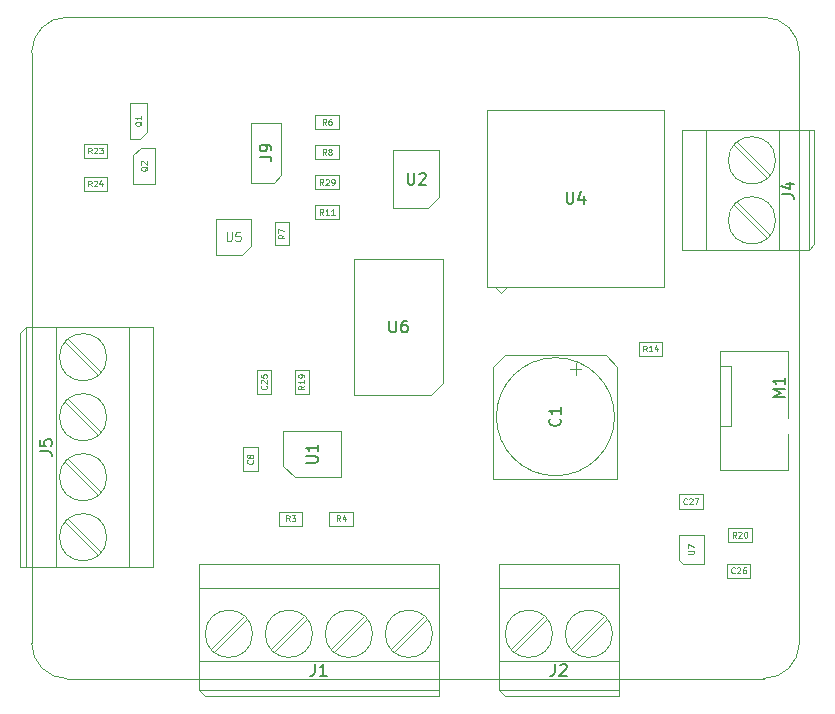
<source format=gbr>
G04 #@! TF.GenerationSoftware,KiCad,Pcbnew,(5.1.5-0-10_14)*
G04 #@! TF.CreationDate,2020-08-14T15:05:09-04:00*
G04 #@! TF.ProjectId,Raspberry-Pi-Hat,52617370-6265-4727-9279-2d50692d4861,rev?*
G04 #@! TF.SameCoordinates,Original*
G04 #@! TF.FileFunction,Other,Fab,Top*
%FSLAX46Y46*%
G04 Gerber Fmt 4.6, Leading zero omitted, Abs format (unit mm)*
G04 Created by KiCad (PCBNEW (5.1.5-0-10_14)) date 2020-08-14 15:05:09*
%MOMM*%
%LPD*%
G04 APERTURE LIST*
%ADD10C,0.100000*%
%ADD11C,0.150000*%
%ADD12C,0.080000*%
%ADD13C,0.110000*%
%ADD14C,0.075000*%
G04 APERTURE END LIST*
D10*
X78546356Y-63817611D02*
X78546356Y-113817611D01*
X78546356Y-63817611D02*
G75*
G02X81546356Y-60817611I3000000J0D01*
G01*
X140546356Y-60817611D02*
X81546356Y-60817611D01*
X140546356Y-60817611D02*
G75*
G02X143546356Y-63817611I0J-3000000D01*
G01*
X143546351Y-113822847D02*
X143546356Y-63817611D01*
X81546356Y-116817611D02*
G75*
G02X78546356Y-113817611I0J3000000D01*
G01*
X81546356Y-116817611D02*
X140546356Y-116817611D01*
X143546351Y-113822847D02*
G75*
G02X140546356Y-116817611I-2999995J5236D01*
G01*
X125100000Y-90591675D02*
X124100000Y-90591675D01*
X124600000Y-90091675D02*
X124600000Y-91091675D01*
X118650000Y-89400000D02*
X117650000Y-90400000D01*
X127150000Y-89400000D02*
X128150000Y-90400000D01*
X127150000Y-89400000D02*
X118650000Y-89400000D01*
X117650000Y-90400000D02*
X117650000Y-99900000D01*
X128150000Y-90400000D02*
X128150000Y-99900000D01*
X128150000Y-99900000D02*
X117650000Y-99900000D01*
X127900000Y-94650000D02*
G75*
G03X127900000Y-94650000I-5000000J0D01*
G01*
X113075000Y-76024000D02*
X112100000Y-76999000D01*
X113075000Y-72099000D02*
X113075000Y-76024000D01*
X109175000Y-72099000D02*
X113075000Y-72099000D01*
X109175000Y-76999000D02*
X109175000Y-72099000D01*
X112100000Y-76999000D02*
X109175000Y-76999000D01*
X84422600Y-106124200D02*
X81632600Y-103335200D01*
X84178600Y-106368200D02*
X81388600Y-103579200D01*
X84422600Y-101044200D02*
X81632600Y-98255200D01*
X84178600Y-101288200D02*
X81388600Y-98499200D01*
X84422600Y-95964200D02*
X81632600Y-93175200D01*
X84178600Y-96208200D02*
X81388600Y-93419200D01*
X84422600Y-90884200D02*
X81632600Y-88094200D01*
X84178600Y-91128200D02*
X81388600Y-88338200D01*
X86805600Y-87071200D02*
X86805600Y-107391200D01*
X80605600Y-87071200D02*
X80605600Y-107391200D01*
X78105600Y-87071200D02*
X78105600Y-107391200D01*
X78105600Y-87071200D02*
X88805600Y-87071200D01*
X77605600Y-87571200D02*
X78105600Y-87071200D01*
X77605600Y-107391200D02*
X77605600Y-87571200D01*
X88805600Y-107391200D02*
X77605600Y-107391200D01*
X88805600Y-87071200D02*
X88805600Y-107391200D01*
X84905600Y-104851200D02*
G75*
G03X84905600Y-104851200I-2000000J0D01*
G01*
X84905600Y-99771200D02*
G75*
G03X84905600Y-99771200I-2000000J0D01*
G01*
X84905600Y-94691200D02*
G75*
G03X84905600Y-94691200I-2000000J0D01*
G01*
X84905600Y-89611200D02*
G75*
G03X84905600Y-89611200I-2000000J0D01*
G01*
X138015360Y-71670720D02*
X140805360Y-74459720D01*
X138259360Y-71426720D02*
X141049360Y-74215720D01*
X138015360Y-76750720D02*
X140805360Y-79540720D01*
X138259360Y-76506720D02*
X141049360Y-79296720D01*
X135632360Y-80563720D02*
X135632360Y-70403720D01*
X141832360Y-80563720D02*
X141832360Y-70403720D01*
X144332360Y-80563720D02*
X144332360Y-70403720D01*
X144332360Y-80563720D02*
X133632360Y-80563720D01*
X144832360Y-80063720D02*
X144332360Y-80563720D01*
X144832360Y-70403720D02*
X144832360Y-80063720D01*
X133632360Y-70403720D02*
X144832360Y-70403720D01*
X133632360Y-80563720D02*
X133632360Y-70403720D01*
X141532360Y-72943720D02*
G75*
G03X141532360Y-72943720I-2000000J0D01*
G01*
X141532360Y-78023720D02*
G75*
G03X141532360Y-78023720I-2000000J0D01*
G01*
X127003000Y-111513000D02*
X124214000Y-114303000D01*
X127247000Y-111757000D02*
X124458000Y-114547000D01*
X121923000Y-111513000D02*
X119133000Y-114303000D01*
X122167000Y-111757000D02*
X119377000Y-114547000D01*
X118110000Y-109130000D02*
X128270000Y-109130000D01*
X118110000Y-115330000D02*
X128270000Y-115330000D01*
X118110000Y-117830000D02*
X128270000Y-117830000D01*
X118110000Y-117830000D02*
X118110000Y-107130000D01*
X118610000Y-118330000D02*
X118110000Y-117830000D01*
X128270000Y-118330000D02*
X118610000Y-118330000D01*
X128270000Y-107130000D02*
X128270000Y-118330000D01*
X118110000Y-107130000D02*
X128270000Y-107130000D01*
X127730000Y-113030000D02*
G75*
G03X127730000Y-113030000I-2000000J0D01*
G01*
X122650000Y-113030000D02*
G75*
G03X122650000Y-113030000I-2000000J0D01*
G01*
X111763000Y-111513000D02*
X108974000Y-114303000D01*
X112007000Y-111757000D02*
X109218000Y-114547000D01*
X106683000Y-111513000D02*
X103894000Y-114303000D01*
X106927000Y-111757000D02*
X104138000Y-114547000D01*
X101603000Y-111513000D02*
X98814000Y-114303000D01*
X101847000Y-111757000D02*
X99058000Y-114547000D01*
X96523000Y-111513000D02*
X93733000Y-114303000D01*
X96767000Y-111757000D02*
X93977000Y-114547000D01*
X92710000Y-109130000D02*
X113030000Y-109130000D01*
X92710000Y-115330000D02*
X113030000Y-115330000D01*
X92710000Y-117830000D02*
X113030000Y-117830000D01*
X92710000Y-117830000D02*
X92710000Y-107130000D01*
X93210000Y-118330000D02*
X92710000Y-117830000D01*
X113030000Y-118330000D02*
X93210000Y-118330000D01*
X113030000Y-107130000D02*
X113030000Y-118330000D01*
X92710000Y-107130000D02*
X113030000Y-107130000D01*
X112490000Y-113030000D02*
G75*
G03X112490000Y-113030000I-2000000J0D01*
G01*
X107410000Y-113030000D02*
G75*
G03X107410000Y-113030000I-2000000J0D01*
G01*
X102330000Y-113030000D02*
G75*
G03X102330000Y-113030000I-2000000J0D01*
G01*
X97250000Y-113030000D02*
G75*
G03X97250000Y-113030000I-2000000J0D01*
G01*
X135449020Y-107090060D02*
X135449020Y-104690060D01*
X135449020Y-104690060D02*
X133349020Y-104690060D01*
X133349020Y-104690060D02*
X133349020Y-106790060D01*
X133349020Y-106790060D02*
X133699020Y-107090060D01*
X133699020Y-107090060D02*
X135449020Y-107090060D01*
X137518900Y-104060700D02*
X139518900Y-104060700D01*
X137518900Y-105260700D02*
X137518900Y-104060700D01*
X139518900Y-105260700D02*
X137518900Y-105260700D01*
X139518900Y-104060700D02*
X139518900Y-105260700D01*
X133355840Y-101226060D02*
X135355840Y-101226060D01*
X133355840Y-102426060D02*
X133355840Y-101226060D01*
X135355840Y-102426060D02*
X133355840Y-102426060D01*
X135355840Y-101226060D02*
X135355840Y-102426060D01*
X137412220Y-107080760D02*
X139412220Y-107080760D01*
X137412220Y-108280760D02*
X137412220Y-107080760D01*
X139412220Y-108280760D02*
X137412220Y-108280760D01*
X139412220Y-107080760D02*
X139412220Y-108280760D01*
X102568500Y-76743000D02*
X104568500Y-76743000D01*
X102568500Y-77943000D02*
X102568500Y-76743000D01*
X104568500Y-77943000D02*
X102568500Y-77943000D01*
X104568500Y-76743000D02*
X104568500Y-77943000D01*
X100838740Y-99760320D02*
X99863740Y-98785320D01*
X104763740Y-99760320D02*
X100838740Y-99760320D01*
X104763740Y-95860320D02*
X104763740Y-99760320D01*
X99863740Y-95860320D02*
X104763740Y-95860320D01*
X99863740Y-98785320D02*
X99863740Y-95860320D01*
X104568500Y-75403000D02*
X102568500Y-75403000D01*
X104568500Y-74203000D02*
X104568500Y-75403000D01*
X102568500Y-74203000D02*
X104568500Y-74203000D01*
X102568500Y-75403000D02*
X102568500Y-74203000D01*
X82947000Y-74330000D02*
X84947000Y-74330000D01*
X82947000Y-75530000D02*
X82947000Y-74330000D01*
X84947000Y-75530000D02*
X82947000Y-75530000D01*
X84947000Y-74330000D02*
X84947000Y-75530000D01*
X82947000Y-71536000D02*
X84947000Y-71536000D01*
X82947000Y-72736000D02*
X82947000Y-71536000D01*
X84947000Y-72736000D02*
X82947000Y-72736000D01*
X84947000Y-71536000D02*
X84947000Y-72736000D01*
X100809500Y-92694000D02*
X100809500Y-90694000D01*
X102009500Y-92694000D02*
X100809500Y-92694000D01*
X102009500Y-90694000D02*
X102009500Y-92694000D01*
X100809500Y-90694000D02*
X102009500Y-90694000D01*
X129950000Y-88300000D02*
X131950000Y-88300000D01*
X129950000Y-89500000D02*
X129950000Y-88300000D01*
X131950000Y-89500000D02*
X129950000Y-89500000D01*
X131950000Y-88300000D02*
X131950000Y-89500000D01*
X104568500Y-72863000D02*
X102568500Y-72863000D01*
X104568500Y-71663000D02*
X104568500Y-72863000D01*
X102568500Y-71663000D02*
X104568500Y-71663000D01*
X102568500Y-72863000D02*
X102568500Y-71663000D01*
X100320400Y-78146400D02*
X100320400Y-80146400D01*
X99120400Y-78146400D02*
X100320400Y-78146400D01*
X99120400Y-80146400D02*
X99120400Y-78146400D01*
X100320400Y-80146400D02*
X99120400Y-80146400D01*
X104568500Y-70323000D02*
X102568500Y-70323000D01*
X104568500Y-69123000D02*
X104568500Y-70323000D01*
X102568500Y-69123000D02*
X104568500Y-69123000D01*
X102568500Y-70323000D02*
X102568500Y-69123000D01*
X105766220Y-103876400D02*
X103766220Y-103876400D01*
X105766220Y-102676400D02*
X105766220Y-103876400D01*
X103766220Y-102676400D02*
X105766220Y-102676400D01*
X103766220Y-103876400D02*
X103766220Y-102676400D01*
X99472240Y-102676400D02*
X101472240Y-102676400D01*
X99472240Y-103876400D02*
X99472240Y-102676400D01*
X101472240Y-103876400D02*
X99472240Y-103876400D01*
X101472240Y-102676400D02*
X101472240Y-103876400D01*
X97634500Y-92694000D02*
X97634500Y-90694000D01*
X98834500Y-92694000D02*
X97634500Y-92694000D01*
X98834500Y-90694000D02*
X98834500Y-92694000D01*
X97634500Y-90694000D02*
X98834500Y-90694000D01*
X97676260Y-97244660D02*
X97676260Y-99244660D01*
X96476260Y-97244660D02*
X97676260Y-97244660D01*
X96476260Y-99244660D02*
X96476260Y-97244660D01*
X97676260Y-99244660D02*
X96476260Y-99244660D01*
X113351000Y-91833500D02*
X112351000Y-92833500D01*
X113351000Y-81283500D02*
X113351000Y-91833500D01*
X105851000Y-81283500D02*
X113351000Y-81283500D01*
X105851000Y-92833500D02*
X105851000Y-81283500D01*
X112351000Y-92833500D02*
X105851000Y-92833500D01*
X97131000Y-80188500D02*
X96381000Y-80938500D01*
X97131000Y-77938500D02*
X97131000Y-80188500D01*
X94131000Y-77938500D02*
X97131000Y-77938500D01*
X94131000Y-80938500D02*
X94131000Y-77938500D01*
X96381000Y-80938500D02*
X94131000Y-80938500D01*
X142598780Y-89095260D02*
X142598780Y-94745260D01*
X136798780Y-89095260D02*
X142598780Y-89095260D01*
X136798780Y-89145260D02*
X136798780Y-89095260D01*
X136798780Y-99195260D02*
X136798780Y-89145260D01*
X142598780Y-99195260D02*
X136798780Y-99195260D01*
X142598780Y-96095260D02*
X142598780Y-99195260D01*
X137798780Y-90345260D02*
X136798780Y-90345260D01*
X137798780Y-95445260D02*
X137798780Y-90345260D01*
X136798780Y-95445260D02*
X137798780Y-95445260D01*
X117109860Y-68653420D02*
X132109860Y-68653420D01*
X132109860Y-68653420D02*
X132109860Y-83653420D01*
X132109860Y-83653420D02*
X117109860Y-83653420D01*
X117109860Y-83653420D02*
X117109860Y-68653420D01*
X117759860Y-83653420D02*
X118259860Y-84153420D01*
X118259860Y-84153420D02*
X118759860Y-83653420D01*
X99669600Y-74193400D02*
X99034600Y-74828400D01*
X99669600Y-69748400D02*
X99669600Y-74193400D01*
X97129600Y-69748400D02*
X99669600Y-69748400D01*
X97129600Y-74828400D02*
X97129600Y-69748400D01*
X99034600Y-74828400D02*
X97129600Y-74828400D01*
X88300000Y-68080000D02*
X86900000Y-68080000D01*
X86900000Y-71120000D02*
X86900000Y-68080000D01*
X88300000Y-70550000D02*
X87750000Y-71120000D01*
X87750000Y-71120000D02*
X86900000Y-71120000D01*
X88300000Y-70550000D02*
X88300000Y-68100000D01*
X88974500Y-71868700D02*
X88974500Y-74968700D01*
X88974500Y-74968700D02*
X87174500Y-74968700D01*
X87174500Y-72518700D02*
X87174500Y-74968700D01*
X88974500Y-71868700D02*
X87824500Y-71868700D01*
X87174500Y-72518700D02*
X87824500Y-71868700D01*
D11*
X123257142Y-94816666D02*
X123304761Y-94864285D01*
X123352380Y-95007142D01*
X123352380Y-95102380D01*
X123304761Y-95245238D01*
X123209523Y-95340476D01*
X123114285Y-95388095D01*
X122923809Y-95435714D01*
X122780952Y-95435714D01*
X122590476Y-95388095D01*
X122495238Y-95340476D01*
X122400000Y-95245238D01*
X122352380Y-95102380D01*
X122352380Y-95007142D01*
X122400000Y-94864285D01*
X122447619Y-94816666D01*
X123352380Y-93864285D02*
X123352380Y-94435714D01*
X123352380Y-94150000D02*
X122352380Y-94150000D01*
X122495238Y-94245238D01*
X122590476Y-94340476D01*
X122638095Y-94435714D01*
X110378333Y-74012333D02*
X110378333Y-74805666D01*
X110425000Y-74899000D01*
X110471666Y-74945666D01*
X110565000Y-74992333D01*
X110751666Y-74992333D01*
X110845000Y-74945666D01*
X110891666Y-74899000D01*
X110938333Y-74805666D01*
X110938333Y-74012333D01*
X111358333Y-74105666D02*
X111405000Y-74059000D01*
X111498333Y-74012333D01*
X111731666Y-74012333D01*
X111825000Y-74059000D01*
X111871666Y-74105666D01*
X111918333Y-74199000D01*
X111918333Y-74292333D01*
X111871666Y-74432333D01*
X111311666Y-74992333D01*
X111918333Y-74992333D01*
X79257980Y-97564533D02*
X79972266Y-97564533D01*
X80115123Y-97612152D01*
X80210361Y-97707390D01*
X80257980Y-97850247D01*
X80257980Y-97945485D01*
X79257980Y-96612152D02*
X79257980Y-97088342D01*
X79734171Y-97135961D01*
X79686552Y-97088342D01*
X79638933Y-96993104D01*
X79638933Y-96755009D01*
X79686552Y-96659771D01*
X79734171Y-96612152D01*
X79829409Y-96564533D01*
X80067504Y-96564533D01*
X80162742Y-96612152D01*
X80210361Y-96659771D01*
X80257980Y-96755009D01*
X80257980Y-96993104D01*
X80210361Y-97088342D01*
X80162742Y-97135961D01*
X142084740Y-75817053D02*
X142799026Y-75817053D01*
X142941883Y-75864672D01*
X143037121Y-75959910D01*
X143084740Y-76102767D01*
X143084740Y-76198005D01*
X142418074Y-74912291D02*
X143084740Y-74912291D01*
X142037121Y-75150386D02*
X142751407Y-75388481D01*
X142751407Y-74769434D01*
X122856666Y-115582380D02*
X122856666Y-116296666D01*
X122809047Y-116439523D01*
X122713809Y-116534761D01*
X122570952Y-116582380D01*
X122475714Y-116582380D01*
X123285238Y-115677619D02*
X123332857Y-115630000D01*
X123428095Y-115582380D01*
X123666190Y-115582380D01*
X123761428Y-115630000D01*
X123809047Y-115677619D01*
X123856666Y-115772857D01*
X123856666Y-115868095D01*
X123809047Y-116010952D01*
X123237619Y-116582380D01*
X123856666Y-116582380D01*
X102536666Y-115582380D02*
X102536666Y-116296666D01*
X102489047Y-116439523D01*
X102393809Y-116534761D01*
X102250952Y-116582380D01*
X102155714Y-116582380D01*
X103536666Y-116582380D02*
X102965238Y-116582380D01*
X103250952Y-116582380D02*
X103250952Y-115582380D01*
X103155714Y-115725238D01*
X103060476Y-115820476D01*
X102965238Y-115868095D01*
D10*
X134125210Y-106271012D02*
X134529972Y-106271012D01*
X134577591Y-106247202D01*
X134601400Y-106223393D01*
X134625210Y-106175774D01*
X134625210Y-106080536D01*
X134601400Y-106032917D01*
X134577591Y-106009107D01*
X134529972Y-105985298D01*
X134125210Y-105985298D01*
X134125210Y-105794821D02*
X134125210Y-105461488D01*
X134625210Y-105675774D01*
D12*
X138197471Y-104886890D02*
X138030804Y-104648795D01*
X137911757Y-104886890D02*
X137911757Y-104386890D01*
X138102233Y-104386890D01*
X138149852Y-104410700D01*
X138173661Y-104434509D01*
X138197471Y-104482128D01*
X138197471Y-104553557D01*
X138173661Y-104601176D01*
X138149852Y-104624985D01*
X138102233Y-104648795D01*
X137911757Y-104648795D01*
X138387947Y-104434509D02*
X138411757Y-104410700D01*
X138459376Y-104386890D01*
X138578423Y-104386890D01*
X138626042Y-104410700D01*
X138649852Y-104434509D01*
X138673661Y-104482128D01*
X138673661Y-104529747D01*
X138649852Y-104601176D01*
X138364138Y-104886890D01*
X138673661Y-104886890D01*
X138983185Y-104386890D02*
X139030804Y-104386890D01*
X139078423Y-104410700D01*
X139102233Y-104434509D01*
X139126042Y-104482128D01*
X139149852Y-104577366D01*
X139149852Y-104696414D01*
X139126042Y-104791652D01*
X139102233Y-104839271D01*
X139078423Y-104863080D01*
X139030804Y-104886890D01*
X138983185Y-104886890D01*
X138935566Y-104863080D01*
X138911757Y-104839271D01*
X138887947Y-104791652D01*
X138864138Y-104696414D01*
X138864138Y-104577366D01*
X138887947Y-104482128D01*
X138911757Y-104434509D01*
X138935566Y-104410700D01*
X138983185Y-104386890D01*
X134034411Y-102004631D02*
X134010601Y-102028440D01*
X133939173Y-102052250D01*
X133891554Y-102052250D01*
X133820125Y-102028440D01*
X133772506Y-101980821D01*
X133748697Y-101933202D01*
X133724887Y-101837964D01*
X133724887Y-101766536D01*
X133748697Y-101671298D01*
X133772506Y-101623679D01*
X133820125Y-101576060D01*
X133891554Y-101552250D01*
X133939173Y-101552250D01*
X134010601Y-101576060D01*
X134034411Y-101599869D01*
X134224887Y-101599869D02*
X134248697Y-101576060D01*
X134296316Y-101552250D01*
X134415363Y-101552250D01*
X134462982Y-101576060D01*
X134486792Y-101599869D01*
X134510601Y-101647488D01*
X134510601Y-101695107D01*
X134486792Y-101766536D01*
X134201078Y-102052250D01*
X134510601Y-102052250D01*
X134677268Y-101552250D02*
X135010601Y-101552250D01*
X134796316Y-102052250D01*
X138090791Y-107859331D02*
X138066981Y-107883140D01*
X137995553Y-107906950D01*
X137947934Y-107906950D01*
X137876505Y-107883140D01*
X137828886Y-107835521D01*
X137805077Y-107787902D01*
X137781267Y-107692664D01*
X137781267Y-107621236D01*
X137805077Y-107525998D01*
X137828886Y-107478379D01*
X137876505Y-107430760D01*
X137947934Y-107406950D01*
X137995553Y-107406950D01*
X138066981Y-107430760D01*
X138090791Y-107454569D01*
X138281267Y-107454569D02*
X138305077Y-107430760D01*
X138352696Y-107406950D01*
X138471743Y-107406950D01*
X138519362Y-107430760D01*
X138543172Y-107454569D01*
X138566981Y-107502188D01*
X138566981Y-107549807D01*
X138543172Y-107621236D01*
X138257458Y-107906950D01*
X138566981Y-107906950D01*
X138995553Y-107406950D02*
X138900315Y-107406950D01*
X138852696Y-107430760D01*
X138828886Y-107454569D01*
X138781267Y-107525998D01*
X138757458Y-107621236D01*
X138757458Y-107811712D01*
X138781267Y-107859331D01*
X138805077Y-107883140D01*
X138852696Y-107906950D01*
X138947934Y-107906950D01*
X138995553Y-107883140D01*
X139019362Y-107859331D01*
X139043172Y-107811712D01*
X139043172Y-107692664D01*
X139019362Y-107645045D01*
X138995553Y-107621236D01*
X138947934Y-107597426D01*
X138852696Y-107597426D01*
X138805077Y-107621236D01*
X138781267Y-107645045D01*
X138757458Y-107692664D01*
X103247071Y-77569190D02*
X103080404Y-77331095D01*
X102961357Y-77569190D02*
X102961357Y-77069190D01*
X103151833Y-77069190D01*
X103199452Y-77093000D01*
X103223261Y-77116809D01*
X103247071Y-77164428D01*
X103247071Y-77235857D01*
X103223261Y-77283476D01*
X103199452Y-77307285D01*
X103151833Y-77331095D01*
X102961357Y-77331095D01*
X103723261Y-77569190D02*
X103437547Y-77569190D01*
X103580404Y-77569190D02*
X103580404Y-77069190D01*
X103532785Y-77140619D01*
X103485166Y-77188238D01*
X103437547Y-77212047D01*
X104199452Y-77569190D02*
X103913738Y-77569190D01*
X104056595Y-77569190D02*
X104056595Y-77069190D01*
X104008976Y-77140619D01*
X103961357Y-77188238D01*
X103913738Y-77212047D01*
D11*
X101777073Y-98556986D02*
X102570406Y-98556986D01*
X102663740Y-98510320D01*
X102710406Y-98463653D01*
X102757073Y-98370320D01*
X102757073Y-98183653D01*
X102710406Y-98090320D01*
X102663740Y-98043653D01*
X102570406Y-97996986D01*
X101777073Y-97996986D01*
X102757073Y-97016986D02*
X102757073Y-97576986D01*
X102757073Y-97296986D02*
X101777073Y-97296986D01*
X101917073Y-97390320D01*
X102010406Y-97483653D01*
X102057073Y-97576986D01*
D12*
X103247071Y-75029190D02*
X103080404Y-74791095D01*
X102961357Y-75029190D02*
X102961357Y-74529190D01*
X103151833Y-74529190D01*
X103199452Y-74553000D01*
X103223261Y-74576809D01*
X103247071Y-74624428D01*
X103247071Y-74695857D01*
X103223261Y-74743476D01*
X103199452Y-74767285D01*
X103151833Y-74791095D01*
X102961357Y-74791095D01*
X103437547Y-74576809D02*
X103461357Y-74553000D01*
X103508976Y-74529190D01*
X103628023Y-74529190D01*
X103675642Y-74553000D01*
X103699452Y-74576809D01*
X103723261Y-74624428D01*
X103723261Y-74672047D01*
X103699452Y-74743476D01*
X103413738Y-75029190D01*
X103723261Y-75029190D01*
X103961357Y-75029190D02*
X104056595Y-75029190D01*
X104104214Y-75005380D01*
X104128023Y-74981571D01*
X104175642Y-74910142D01*
X104199452Y-74814904D01*
X104199452Y-74624428D01*
X104175642Y-74576809D01*
X104151833Y-74553000D01*
X104104214Y-74529190D01*
X104008976Y-74529190D01*
X103961357Y-74553000D01*
X103937547Y-74576809D01*
X103913738Y-74624428D01*
X103913738Y-74743476D01*
X103937547Y-74791095D01*
X103961357Y-74814904D01*
X104008976Y-74838714D01*
X104104214Y-74838714D01*
X104151833Y-74814904D01*
X104175642Y-74791095D01*
X104199452Y-74743476D01*
X83625571Y-75156190D02*
X83458904Y-74918095D01*
X83339857Y-75156190D02*
X83339857Y-74656190D01*
X83530333Y-74656190D01*
X83577952Y-74680000D01*
X83601761Y-74703809D01*
X83625571Y-74751428D01*
X83625571Y-74822857D01*
X83601761Y-74870476D01*
X83577952Y-74894285D01*
X83530333Y-74918095D01*
X83339857Y-74918095D01*
X83816047Y-74703809D02*
X83839857Y-74680000D01*
X83887476Y-74656190D01*
X84006523Y-74656190D01*
X84054142Y-74680000D01*
X84077952Y-74703809D01*
X84101761Y-74751428D01*
X84101761Y-74799047D01*
X84077952Y-74870476D01*
X83792238Y-75156190D01*
X84101761Y-75156190D01*
X84530333Y-74822857D02*
X84530333Y-75156190D01*
X84411285Y-74632380D02*
X84292238Y-74989523D01*
X84601761Y-74989523D01*
X83625571Y-72362190D02*
X83458904Y-72124095D01*
X83339857Y-72362190D02*
X83339857Y-71862190D01*
X83530333Y-71862190D01*
X83577952Y-71886000D01*
X83601761Y-71909809D01*
X83625571Y-71957428D01*
X83625571Y-72028857D01*
X83601761Y-72076476D01*
X83577952Y-72100285D01*
X83530333Y-72124095D01*
X83339857Y-72124095D01*
X83816047Y-71909809D02*
X83839857Y-71886000D01*
X83887476Y-71862190D01*
X84006523Y-71862190D01*
X84054142Y-71886000D01*
X84077952Y-71909809D01*
X84101761Y-71957428D01*
X84101761Y-72005047D01*
X84077952Y-72076476D01*
X83792238Y-72362190D01*
X84101761Y-72362190D01*
X84268428Y-71862190D02*
X84577952Y-71862190D01*
X84411285Y-72052666D01*
X84482714Y-72052666D01*
X84530333Y-72076476D01*
X84554142Y-72100285D01*
X84577952Y-72147904D01*
X84577952Y-72266952D01*
X84554142Y-72314571D01*
X84530333Y-72338380D01*
X84482714Y-72362190D01*
X84339857Y-72362190D01*
X84292238Y-72338380D01*
X84268428Y-72314571D01*
X101635690Y-92015428D02*
X101397595Y-92182095D01*
X101635690Y-92301142D02*
X101135690Y-92301142D01*
X101135690Y-92110666D01*
X101159500Y-92063047D01*
X101183309Y-92039238D01*
X101230928Y-92015428D01*
X101302357Y-92015428D01*
X101349976Y-92039238D01*
X101373785Y-92063047D01*
X101397595Y-92110666D01*
X101397595Y-92301142D01*
X101635690Y-91539238D02*
X101635690Y-91824952D01*
X101635690Y-91682095D02*
X101135690Y-91682095D01*
X101207119Y-91729714D01*
X101254738Y-91777333D01*
X101278547Y-91824952D01*
X101635690Y-91301142D02*
X101635690Y-91205904D01*
X101611880Y-91158285D01*
X101588071Y-91134476D01*
X101516642Y-91086857D01*
X101421404Y-91063047D01*
X101230928Y-91063047D01*
X101183309Y-91086857D01*
X101159500Y-91110666D01*
X101135690Y-91158285D01*
X101135690Y-91253523D01*
X101159500Y-91301142D01*
X101183309Y-91324952D01*
X101230928Y-91348761D01*
X101349976Y-91348761D01*
X101397595Y-91324952D01*
X101421404Y-91301142D01*
X101445214Y-91253523D01*
X101445214Y-91158285D01*
X101421404Y-91110666D01*
X101397595Y-91086857D01*
X101349976Y-91063047D01*
X130628571Y-89126190D02*
X130461904Y-88888095D01*
X130342857Y-89126190D02*
X130342857Y-88626190D01*
X130533333Y-88626190D01*
X130580952Y-88650000D01*
X130604761Y-88673809D01*
X130628571Y-88721428D01*
X130628571Y-88792857D01*
X130604761Y-88840476D01*
X130580952Y-88864285D01*
X130533333Y-88888095D01*
X130342857Y-88888095D01*
X131104761Y-89126190D02*
X130819047Y-89126190D01*
X130961904Y-89126190D02*
X130961904Y-88626190D01*
X130914285Y-88697619D01*
X130866666Y-88745238D01*
X130819047Y-88769047D01*
X131533333Y-88792857D02*
X131533333Y-89126190D01*
X131414285Y-88602380D02*
X131295238Y-88959523D01*
X131604761Y-88959523D01*
X103485166Y-72489190D02*
X103318500Y-72251095D01*
X103199452Y-72489190D02*
X103199452Y-71989190D01*
X103389928Y-71989190D01*
X103437547Y-72013000D01*
X103461357Y-72036809D01*
X103485166Y-72084428D01*
X103485166Y-72155857D01*
X103461357Y-72203476D01*
X103437547Y-72227285D01*
X103389928Y-72251095D01*
X103199452Y-72251095D01*
X103770880Y-72203476D02*
X103723261Y-72179666D01*
X103699452Y-72155857D01*
X103675642Y-72108238D01*
X103675642Y-72084428D01*
X103699452Y-72036809D01*
X103723261Y-72013000D01*
X103770880Y-71989190D01*
X103866119Y-71989190D01*
X103913738Y-72013000D01*
X103937547Y-72036809D01*
X103961357Y-72084428D01*
X103961357Y-72108238D01*
X103937547Y-72155857D01*
X103913738Y-72179666D01*
X103866119Y-72203476D01*
X103770880Y-72203476D01*
X103723261Y-72227285D01*
X103699452Y-72251095D01*
X103675642Y-72298714D01*
X103675642Y-72393952D01*
X103699452Y-72441571D01*
X103723261Y-72465380D01*
X103770880Y-72489190D01*
X103866119Y-72489190D01*
X103913738Y-72465380D01*
X103937547Y-72441571D01*
X103961357Y-72393952D01*
X103961357Y-72298714D01*
X103937547Y-72251095D01*
X103913738Y-72227285D01*
X103866119Y-72203476D01*
X99946590Y-79229733D02*
X99708495Y-79396400D01*
X99946590Y-79515447D02*
X99446590Y-79515447D01*
X99446590Y-79324971D01*
X99470400Y-79277352D01*
X99494209Y-79253542D01*
X99541828Y-79229733D01*
X99613257Y-79229733D01*
X99660876Y-79253542D01*
X99684685Y-79277352D01*
X99708495Y-79324971D01*
X99708495Y-79515447D01*
X99446590Y-79063066D02*
X99446590Y-78729733D01*
X99946590Y-78944019D01*
X103485166Y-69949190D02*
X103318500Y-69711095D01*
X103199452Y-69949190D02*
X103199452Y-69449190D01*
X103389928Y-69449190D01*
X103437547Y-69473000D01*
X103461357Y-69496809D01*
X103485166Y-69544428D01*
X103485166Y-69615857D01*
X103461357Y-69663476D01*
X103437547Y-69687285D01*
X103389928Y-69711095D01*
X103199452Y-69711095D01*
X103913738Y-69449190D02*
X103818500Y-69449190D01*
X103770880Y-69473000D01*
X103747071Y-69496809D01*
X103699452Y-69568238D01*
X103675642Y-69663476D01*
X103675642Y-69853952D01*
X103699452Y-69901571D01*
X103723261Y-69925380D01*
X103770880Y-69949190D01*
X103866119Y-69949190D01*
X103913738Y-69925380D01*
X103937547Y-69901571D01*
X103961357Y-69853952D01*
X103961357Y-69734904D01*
X103937547Y-69687285D01*
X103913738Y-69663476D01*
X103866119Y-69639666D01*
X103770880Y-69639666D01*
X103723261Y-69663476D01*
X103699452Y-69687285D01*
X103675642Y-69734904D01*
X104682886Y-103502590D02*
X104516220Y-103264495D01*
X104397172Y-103502590D02*
X104397172Y-103002590D01*
X104587648Y-103002590D01*
X104635267Y-103026400D01*
X104659077Y-103050209D01*
X104682886Y-103097828D01*
X104682886Y-103169257D01*
X104659077Y-103216876D01*
X104635267Y-103240685D01*
X104587648Y-103264495D01*
X104397172Y-103264495D01*
X105111458Y-103169257D02*
X105111458Y-103502590D01*
X104992410Y-102978780D02*
X104873362Y-103335923D01*
X105182886Y-103335923D01*
X100388906Y-103502590D02*
X100222240Y-103264495D01*
X100103192Y-103502590D02*
X100103192Y-103002590D01*
X100293668Y-103002590D01*
X100341287Y-103026400D01*
X100365097Y-103050209D01*
X100388906Y-103097828D01*
X100388906Y-103169257D01*
X100365097Y-103216876D01*
X100341287Y-103240685D01*
X100293668Y-103264495D01*
X100103192Y-103264495D01*
X100555573Y-103002590D02*
X100865097Y-103002590D01*
X100698430Y-103193066D01*
X100769859Y-103193066D01*
X100817478Y-103216876D01*
X100841287Y-103240685D01*
X100865097Y-103288304D01*
X100865097Y-103407352D01*
X100841287Y-103454971D01*
X100817478Y-103478780D01*
X100769859Y-103502590D01*
X100627001Y-103502590D01*
X100579382Y-103478780D01*
X100555573Y-103454971D01*
X98413071Y-92015428D02*
X98436880Y-92039238D01*
X98460690Y-92110666D01*
X98460690Y-92158285D01*
X98436880Y-92229714D01*
X98389261Y-92277333D01*
X98341642Y-92301142D01*
X98246404Y-92324952D01*
X98174976Y-92324952D01*
X98079738Y-92301142D01*
X98032119Y-92277333D01*
X97984500Y-92229714D01*
X97960690Y-92158285D01*
X97960690Y-92110666D01*
X97984500Y-92039238D01*
X98008309Y-92015428D01*
X98008309Y-91824952D02*
X97984500Y-91801142D01*
X97960690Y-91753523D01*
X97960690Y-91634476D01*
X97984500Y-91586857D01*
X98008309Y-91563047D01*
X98055928Y-91539238D01*
X98103547Y-91539238D01*
X98174976Y-91563047D01*
X98460690Y-91848761D01*
X98460690Y-91539238D01*
X97960690Y-91086857D02*
X97960690Y-91324952D01*
X98198785Y-91348761D01*
X98174976Y-91324952D01*
X98151166Y-91277333D01*
X98151166Y-91158285D01*
X98174976Y-91110666D01*
X98198785Y-91086857D01*
X98246404Y-91063047D01*
X98365452Y-91063047D01*
X98413071Y-91086857D01*
X98436880Y-91110666D01*
X98460690Y-91158285D01*
X98460690Y-91277333D01*
X98436880Y-91324952D01*
X98413071Y-91348761D01*
X97254831Y-98327993D02*
X97278640Y-98351802D01*
X97302450Y-98423231D01*
X97302450Y-98470850D01*
X97278640Y-98542279D01*
X97231021Y-98589898D01*
X97183402Y-98613707D01*
X97088164Y-98637517D01*
X97016736Y-98637517D01*
X96921498Y-98613707D01*
X96873879Y-98589898D01*
X96826260Y-98542279D01*
X96802450Y-98470850D01*
X96802450Y-98423231D01*
X96826260Y-98351802D01*
X96850069Y-98327993D01*
X97016736Y-98042279D02*
X96992926Y-98089898D01*
X96969117Y-98113707D01*
X96921498Y-98137517D01*
X96897688Y-98137517D01*
X96850069Y-98113707D01*
X96826260Y-98089898D01*
X96802450Y-98042279D01*
X96802450Y-97947040D01*
X96826260Y-97899421D01*
X96850069Y-97875612D01*
X96897688Y-97851802D01*
X96921498Y-97851802D01*
X96969117Y-97875612D01*
X96992926Y-97899421D01*
X97016736Y-97947040D01*
X97016736Y-98042279D01*
X97040545Y-98089898D01*
X97064355Y-98113707D01*
X97111974Y-98137517D01*
X97207212Y-98137517D01*
X97254831Y-98113707D01*
X97278640Y-98089898D01*
X97302450Y-98042279D01*
X97302450Y-97947040D01*
X97278640Y-97899421D01*
X97254831Y-97875612D01*
X97207212Y-97851802D01*
X97111974Y-97851802D01*
X97064355Y-97875612D01*
X97040545Y-97899421D01*
X97016736Y-97947040D01*
D11*
X108839095Y-86510880D02*
X108839095Y-87320404D01*
X108886714Y-87415642D01*
X108934333Y-87463261D01*
X109029571Y-87510880D01*
X109220047Y-87510880D01*
X109315285Y-87463261D01*
X109362904Y-87415642D01*
X109410523Y-87320404D01*
X109410523Y-86510880D01*
X110315285Y-86510880D02*
X110124809Y-86510880D01*
X110029571Y-86558500D01*
X109981952Y-86606119D01*
X109886714Y-86748976D01*
X109839095Y-86939452D01*
X109839095Y-87320404D01*
X109886714Y-87415642D01*
X109934333Y-87463261D01*
X110029571Y-87510880D01*
X110220047Y-87510880D01*
X110315285Y-87463261D01*
X110362904Y-87415642D01*
X110410523Y-87320404D01*
X110410523Y-87082309D01*
X110362904Y-86987071D01*
X110315285Y-86939452D01*
X110220047Y-86891833D01*
X110029571Y-86891833D01*
X109934333Y-86939452D01*
X109886714Y-86987071D01*
X109839095Y-87082309D01*
D13*
X95059571Y-79027785D02*
X95059571Y-79634928D01*
X95095285Y-79706357D01*
X95131000Y-79742071D01*
X95202428Y-79777785D01*
X95345285Y-79777785D01*
X95416714Y-79742071D01*
X95452428Y-79706357D01*
X95488142Y-79634928D01*
X95488142Y-79027785D01*
X96202428Y-79027785D02*
X95845285Y-79027785D01*
X95809571Y-79384928D01*
X95845285Y-79349214D01*
X95916714Y-79313500D01*
X96095285Y-79313500D01*
X96166714Y-79349214D01*
X96202428Y-79384928D01*
X96238142Y-79456357D01*
X96238142Y-79634928D01*
X96202428Y-79706357D01*
X96166714Y-79742071D01*
X96095285Y-79777785D01*
X95916714Y-79777785D01*
X95845285Y-79742071D01*
X95809571Y-79706357D01*
D11*
X142301160Y-93004783D02*
X141301160Y-93004783D01*
X142015446Y-92671450D01*
X141301160Y-92338117D01*
X142301160Y-92338117D01*
X142301160Y-91338117D02*
X142301160Y-91909545D01*
X142301160Y-91623831D02*
X141301160Y-91623831D01*
X141444018Y-91719069D01*
X141539256Y-91814307D01*
X141586875Y-91909545D01*
X123847955Y-75605800D02*
X123847955Y-76415324D01*
X123895574Y-76510562D01*
X123943193Y-76558181D01*
X124038431Y-76605800D01*
X124228907Y-76605800D01*
X124324145Y-76558181D01*
X124371764Y-76510562D01*
X124419383Y-76415324D01*
X124419383Y-75605800D01*
X125324145Y-75939134D02*
X125324145Y-76605800D01*
X125086050Y-75558181D02*
X124847955Y-76272467D01*
X125467002Y-76272467D01*
X97851980Y-72621733D02*
X98566266Y-72621733D01*
X98709123Y-72669352D01*
X98804361Y-72764590D01*
X98851980Y-72907447D01*
X98851980Y-73002685D01*
X98851980Y-72097923D02*
X98851980Y-71907447D01*
X98804361Y-71812209D01*
X98756742Y-71764590D01*
X98613885Y-71669352D01*
X98423409Y-71621733D01*
X98042457Y-71621733D01*
X97947219Y-71669352D01*
X97899600Y-71716971D01*
X97851980Y-71812209D01*
X97851980Y-72002685D01*
X97899600Y-72097923D01*
X97947219Y-72145542D01*
X98042457Y-72193161D01*
X98280552Y-72193161D01*
X98375790Y-72145542D01*
X98423409Y-72097923D01*
X98471028Y-72002685D01*
X98471028Y-71812209D01*
X98423409Y-71716971D01*
X98375790Y-71669352D01*
X98280552Y-71621733D01*
D14*
X87873809Y-69647619D02*
X87850000Y-69695238D01*
X87802380Y-69742857D01*
X87730952Y-69814285D01*
X87707142Y-69861904D01*
X87707142Y-69909523D01*
X87826190Y-69885714D02*
X87802380Y-69933333D01*
X87754761Y-69980952D01*
X87659523Y-70004761D01*
X87492857Y-70004761D01*
X87397619Y-69980952D01*
X87350000Y-69933333D01*
X87326190Y-69885714D01*
X87326190Y-69790476D01*
X87350000Y-69742857D01*
X87397619Y-69695238D01*
X87492857Y-69671428D01*
X87659523Y-69671428D01*
X87754761Y-69695238D01*
X87802380Y-69742857D01*
X87826190Y-69790476D01*
X87826190Y-69885714D01*
X87826190Y-69195238D02*
X87826190Y-69480952D01*
X87826190Y-69338095D02*
X87326190Y-69338095D01*
X87397619Y-69385714D01*
X87445238Y-69433333D01*
X87469047Y-69480952D01*
X88348309Y-73466319D02*
X88324500Y-73513938D01*
X88276880Y-73561557D01*
X88205452Y-73632985D01*
X88181642Y-73680604D01*
X88181642Y-73728223D01*
X88300690Y-73704414D02*
X88276880Y-73752033D01*
X88229261Y-73799652D01*
X88134023Y-73823461D01*
X87967357Y-73823461D01*
X87872119Y-73799652D01*
X87824500Y-73752033D01*
X87800690Y-73704414D01*
X87800690Y-73609176D01*
X87824500Y-73561557D01*
X87872119Y-73513938D01*
X87967357Y-73490128D01*
X88134023Y-73490128D01*
X88229261Y-73513938D01*
X88276880Y-73561557D01*
X88300690Y-73609176D01*
X88300690Y-73704414D01*
X87848309Y-73299652D02*
X87824500Y-73275842D01*
X87800690Y-73228223D01*
X87800690Y-73109176D01*
X87824500Y-73061557D01*
X87848309Y-73037747D01*
X87895928Y-73013938D01*
X87943547Y-73013938D01*
X88014976Y-73037747D01*
X88300690Y-73323461D01*
X88300690Y-73013938D01*
M02*

</source>
